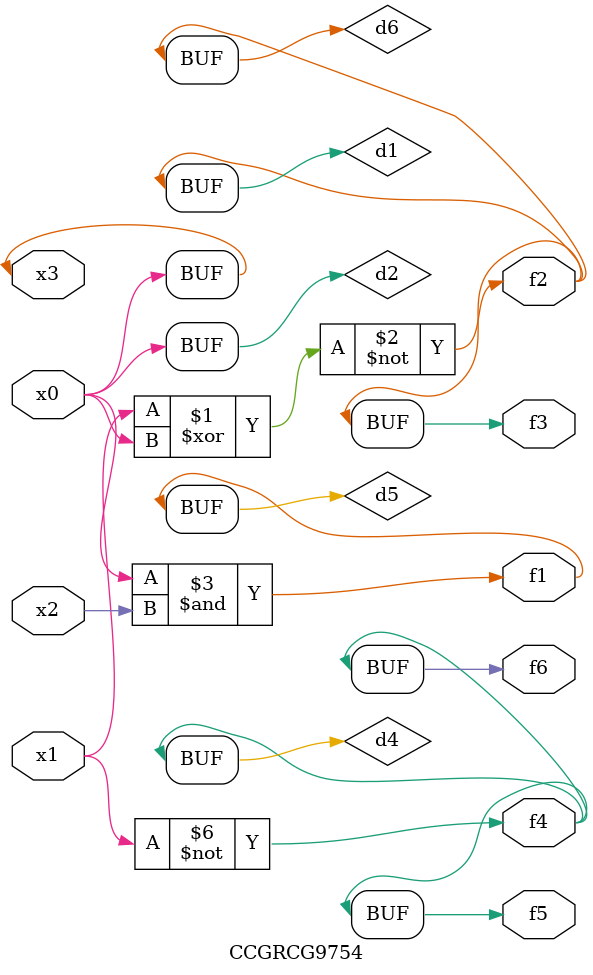
<source format=v>
module CCGRCG9754(
	input x0, x1, x2, x3,
	output f1, f2, f3, f4, f5, f6
);

	wire d1, d2, d3, d4, d5, d6;

	xnor (d1, x1, x3);
	buf (d2, x0, x3);
	nand (d3, x0, x2);
	not (d4, x1);
	nand (d5, d3);
	or (d6, d1);
	assign f1 = d5;
	assign f2 = d6;
	assign f3 = d6;
	assign f4 = d4;
	assign f5 = d4;
	assign f6 = d4;
endmodule

</source>
